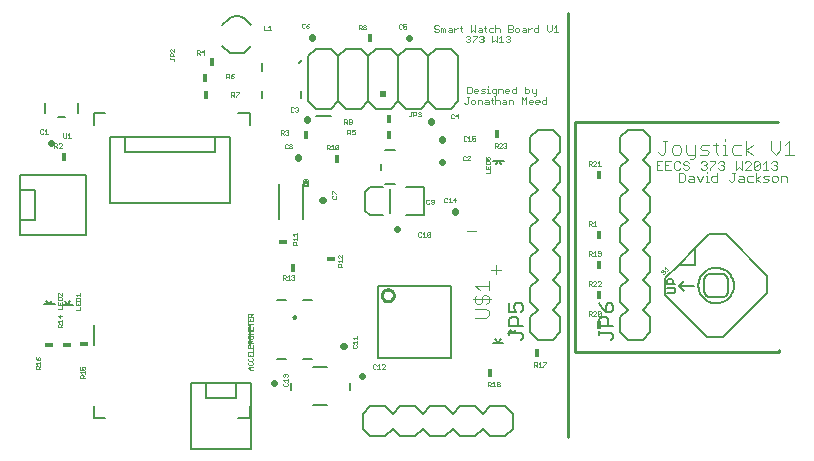
<source format=gto>
G75*
G70*
%OFA0B0*%
%FSLAX24Y24*%
%IPPOS*%
%LPD*%
%AMOC8*
5,1,8,0,0,1.08239X$1,22.5*
%
%ADD10C,0.0020*%
%ADD11C,0.0040*%
%ADD12C,0.0030*%
%ADD13C,0.0100*%
%ADD14C,0.0080*%
%ADD15C,0.0010*%
%ADD16C,0.0220*%
%ADD17R,0.0180X0.0300*%
%ADD18C,0.0050*%
%ADD19R,0.0300X0.0180*%
%ADD20C,0.0060*%
%ADD21R,0.0200X0.0200*%
D10*
X014935Y011672D02*
X014972Y011635D01*
X015008Y011635D01*
X015045Y011672D01*
X015045Y011855D01*
X015008Y011855D02*
X015082Y011855D01*
X015156Y011745D02*
X015156Y011672D01*
X015193Y011635D01*
X015266Y011635D01*
X015303Y011672D01*
X015303Y011745D01*
X015266Y011782D01*
X015193Y011782D01*
X015156Y011745D01*
X015377Y011782D02*
X015487Y011782D01*
X015524Y011745D01*
X015524Y011635D01*
X015598Y011672D02*
X015635Y011708D01*
X015745Y011708D01*
X015745Y011745D02*
X015745Y011635D01*
X015635Y011635D01*
X015598Y011672D01*
X015635Y011782D02*
X015708Y011782D01*
X015745Y011745D01*
X015819Y011782D02*
X015892Y011782D01*
X015856Y011818D02*
X015856Y011672D01*
X015892Y011635D01*
X015966Y011635D02*
X015966Y011855D01*
X015955Y011912D02*
X015919Y011912D01*
X015955Y011912D02*
X015992Y011948D01*
X015992Y012132D01*
X015882Y012132D01*
X015845Y012095D01*
X015845Y012022D01*
X015882Y011985D01*
X015992Y011985D01*
X016066Y011985D02*
X016066Y012132D01*
X016176Y012132D01*
X016213Y012095D01*
X016213Y011985D01*
X016287Y012022D02*
X016287Y012095D01*
X016324Y012132D01*
X016397Y012132D01*
X016434Y012095D01*
X016434Y012058D01*
X016287Y012058D01*
X016287Y012022D02*
X016324Y011985D01*
X016397Y011985D01*
X016508Y012022D02*
X016508Y012095D01*
X016545Y012132D01*
X016655Y012132D01*
X016655Y012205D02*
X016655Y011985D01*
X016545Y011985D01*
X016508Y012022D01*
X016518Y011782D02*
X016555Y011745D01*
X016555Y011635D01*
X016408Y011635D02*
X016408Y011782D01*
X016518Y011782D01*
X016334Y011745D02*
X016334Y011635D01*
X016224Y011635D01*
X016187Y011672D01*
X016224Y011708D01*
X016334Y011708D01*
X016334Y011745D02*
X016297Y011782D01*
X016224Y011782D01*
X016113Y011745D02*
X016113Y011635D01*
X016113Y011745D02*
X016076Y011782D01*
X016003Y011782D01*
X015966Y011745D01*
X015771Y011985D02*
X015698Y011985D01*
X015735Y011985D02*
X015735Y012132D01*
X015698Y012132D01*
X015624Y012132D02*
X015514Y012132D01*
X015477Y012095D01*
X015514Y012058D01*
X015587Y012058D01*
X015624Y012022D01*
X015587Y011985D01*
X015477Y011985D01*
X015403Y012058D02*
X015256Y012058D01*
X015256Y012022D02*
X015256Y012095D01*
X015293Y012132D01*
X015366Y012132D01*
X015403Y012095D01*
X015403Y012058D01*
X015366Y011985D02*
X015293Y011985D01*
X015256Y012022D01*
X015182Y012022D02*
X015182Y012168D01*
X015145Y012205D01*
X015035Y012205D01*
X015035Y011985D01*
X015145Y011985D01*
X015182Y012022D01*
X015377Y011782D02*
X015377Y011635D01*
X015735Y012205D02*
X015735Y012242D01*
X016850Y011855D02*
X016924Y011782D01*
X016997Y011855D01*
X016997Y011635D01*
X017071Y011672D02*
X017071Y011745D01*
X017108Y011782D01*
X017181Y011782D01*
X017218Y011745D01*
X017218Y011708D01*
X017071Y011708D01*
X017071Y011672D02*
X017108Y011635D01*
X017181Y011635D01*
X017292Y011672D02*
X017292Y011745D01*
X017329Y011782D01*
X017402Y011782D01*
X017439Y011745D01*
X017439Y011708D01*
X017292Y011708D01*
X017292Y011672D02*
X017329Y011635D01*
X017402Y011635D01*
X017513Y011672D02*
X017513Y011745D01*
X017550Y011782D01*
X017660Y011782D01*
X017660Y011855D02*
X017660Y011635D01*
X017550Y011635D01*
X017513Y011672D01*
X017281Y011912D02*
X017245Y011912D01*
X017281Y011912D02*
X017318Y011948D01*
X017318Y012132D01*
X017171Y012132D02*
X017171Y012022D01*
X017208Y011985D01*
X017318Y011985D01*
X017097Y012022D02*
X017097Y012095D01*
X017060Y012132D01*
X016950Y012132D01*
X016950Y012205D02*
X016950Y011985D01*
X017060Y011985D01*
X017097Y012022D01*
X016850Y011855D02*
X016850Y011635D01*
X016421Y013685D02*
X016348Y013685D01*
X016311Y013722D01*
X016237Y013685D02*
X016090Y013685D01*
X016163Y013685D02*
X016163Y013905D01*
X016090Y013832D01*
X016016Y013905D02*
X016016Y013685D01*
X015942Y013758D01*
X015869Y013685D01*
X015869Y013905D01*
X015887Y014035D02*
X015776Y014035D01*
X015740Y014072D01*
X015740Y014145D01*
X015776Y014182D01*
X015887Y014182D01*
X015961Y014145D02*
X015997Y014182D01*
X016071Y014182D01*
X016108Y014145D01*
X016108Y014035D01*
X015961Y014035D02*
X015961Y014255D01*
X015666Y014182D02*
X015592Y014182D01*
X015629Y014218D02*
X015629Y014072D01*
X015666Y014035D01*
X015518Y014035D02*
X015518Y014145D01*
X015482Y014182D01*
X015408Y014182D01*
X015408Y014108D02*
X015518Y014108D01*
X015518Y014035D02*
X015408Y014035D01*
X015371Y014072D01*
X015408Y014108D01*
X015297Y014035D02*
X015297Y014255D01*
X015150Y014255D02*
X015150Y014035D01*
X015224Y014108D01*
X015297Y014035D01*
X015353Y013905D02*
X015353Y013868D01*
X015206Y013722D01*
X015206Y013685D01*
X015132Y013722D02*
X015095Y013685D01*
X015022Y013685D01*
X014985Y013722D01*
X015058Y013795D02*
X015095Y013795D01*
X015132Y013758D01*
X015132Y013722D01*
X015095Y013795D02*
X015132Y013832D01*
X015132Y013868D01*
X015095Y013905D01*
X015022Y013905D01*
X014985Y013868D01*
X014856Y014035D02*
X014819Y014072D01*
X014819Y014218D01*
X014782Y014182D02*
X014856Y014182D01*
X014708Y014182D02*
X014671Y014182D01*
X014598Y014108D01*
X014598Y014035D02*
X014598Y014182D01*
X014524Y014145D02*
X014524Y014035D01*
X014414Y014035D01*
X014377Y014072D01*
X014414Y014108D01*
X014524Y014108D01*
X014524Y014145D02*
X014487Y014182D01*
X014414Y014182D01*
X014303Y014145D02*
X014303Y014035D01*
X014229Y014035D02*
X014229Y014145D01*
X014266Y014182D01*
X014303Y014145D01*
X014229Y014145D02*
X014193Y014182D01*
X014156Y014182D01*
X014156Y014035D01*
X014082Y014072D02*
X014045Y014035D01*
X013972Y014035D01*
X013935Y014072D01*
X013972Y014145D02*
X013935Y014182D01*
X013935Y014218D01*
X013972Y014255D01*
X014045Y014255D01*
X014082Y014218D01*
X014045Y014145D02*
X014082Y014108D01*
X014082Y014072D01*
X014045Y014145D02*
X013972Y014145D01*
X015206Y013905D02*
X015353Y013905D01*
X015427Y013868D02*
X015464Y013905D01*
X015537Y013905D01*
X015574Y013868D01*
X015574Y013832D01*
X015537Y013795D01*
X015574Y013758D01*
X015574Y013722D01*
X015537Y013685D01*
X015464Y013685D01*
X015427Y013722D01*
X015500Y013795D02*
X015537Y013795D01*
X016311Y013868D02*
X016348Y013905D01*
X016421Y013905D01*
X016458Y013868D01*
X016458Y013832D01*
X016421Y013795D01*
X016458Y013758D01*
X016458Y013722D01*
X016421Y013685D01*
X016421Y013795D02*
X016384Y013795D01*
X016403Y014035D02*
X016513Y014035D01*
X016549Y014072D01*
X016549Y014108D01*
X016513Y014145D01*
X016403Y014145D01*
X016513Y014145D02*
X016549Y014182D01*
X016549Y014218D01*
X016513Y014255D01*
X016403Y014255D01*
X016403Y014035D01*
X016624Y014072D02*
X016660Y014035D01*
X016734Y014035D01*
X016770Y014072D01*
X016770Y014145D01*
X016734Y014182D01*
X016660Y014182D01*
X016624Y014145D01*
X016624Y014072D01*
X016845Y014072D02*
X016881Y014108D01*
X016991Y014108D01*
X016991Y014145D02*
X016991Y014035D01*
X016881Y014035D01*
X016845Y014072D01*
X016881Y014182D02*
X016955Y014182D01*
X016991Y014145D01*
X017066Y014108D02*
X017139Y014182D01*
X017176Y014182D01*
X017250Y014145D02*
X017287Y014182D01*
X017397Y014182D01*
X017397Y014255D02*
X017397Y014035D01*
X017287Y014035D01*
X017250Y014072D01*
X017250Y014145D01*
X017066Y014182D02*
X017066Y014035D01*
X017692Y014108D02*
X017765Y014035D01*
X017839Y014108D01*
X017839Y014255D01*
X017913Y014182D02*
X017986Y014255D01*
X017986Y014035D01*
X017913Y014035D02*
X018060Y014035D01*
X017692Y014108D02*
X017692Y014255D01*
D11*
X021548Y010405D02*
X021702Y010405D01*
X021625Y010405D02*
X021625Y010022D01*
X021548Y009945D01*
X021472Y009945D01*
X021395Y010022D01*
X021855Y010022D02*
X021932Y009945D01*
X022086Y009945D01*
X022162Y010022D01*
X022162Y010175D01*
X022086Y010252D01*
X021932Y010252D01*
X021855Y010175D01*
X021855Y010022D01*
X022316Y010022D02*
X022393Y009945D01*
X022623Y009945D01*
X022623Y009868D02*
X022546Y009792D01*
X022469Y009792D01*
X022623Y009868D02*
X022623Y010252D01*
X022776Y010175D02*
X022853Y010252D01*
X023083Y010252D01*
X023237Y010252D02*
X023390Y010252D01*
X023313Y010329D02*
X023313Y010022D01*
X023390Y009945D01*
X023543Y009945D02*
X023697Y009945D01*
X023620Y009945D02*
X023620Y010252D01*
X023543Y010252D01*
X023620Y010405D02*
X023620Y010482D01*
X023850Y010175D02*
X023850Y010022D01*
X023927Y009945D01*
X024157Y009945D01*
X024311Y009945D02*
X024311Y010405D01*
X024157Y010252D02*
X023927Y010252D01*
X023850Y010175D01*
X024311Y010098D02*
X024541Y009945D01*
X024311Y010098D02*
X024541Y010252D01*
X025155Y010405D02*
X025155Y010098D01*
X025308Y009945D01*
X025462Y010098D01*
X025462Y010405D01*
X025615Y010252D02*
X025769Y010405D01*
X025769Y009945D01*
X025922Y009945D02*
X025615Y009945D01*
X023083Y010022D02*
X023006Y009945D01*
X022776Y009945D01*
X022853Y010098D02*
X022776Y010175D01*
X022853Y010098D02*
X023006Y010098D01*
X023083Y010022D01*
X022316Y010022D02*
X022316Y010252D01*
X016141Y006113D02*
X015834Y006113D01*
X015988Y006267D02*
X015988Y005960D01*
X015745Y005736D02*
X015745Y005429D01*
X015745Y005582D02*
X015284Y005582D01*
X015438Y005429D01*
X015361Y005275D02*
X015284Y005198D01*
X015284Y005045D01*
X015361Y004968D01*
X015438Y004968D01*
X015515Y005045D01*
X015515Y005198D01*
X015591Y005275D01*
X015668Y005275D01*
X015745Y005198D01*
X015745Y005045D01*
X015668Y004968D01*
X015668Y004815D02*
X015284Y004815D01*
X015284Y004508D02*
X015668Y004508D01*
X015745Y004585D01*
X015745Y004738D01*
X015668Y004815D01*
X015822Y005122D02*
X015208Y005122D01*
X015314Y007413D02*
X015008Y007413D01*
D12*
X021340Y009440D02*
X021533Y009440D01*
X021635Y009440D02*
X021828Y009440D01*
X021929Y009488D02*
X021929Y009682D01*
X021978Y009730D01*
X022074Y009730D01*
X022123Y009682D01*
X022224Y009682D02*
X022224Y009633D01*
X022272Y009585D01*
X022369Y009585D01*
X022417Y009537D01*
X022417Y009488D01*
X022369Y009440D01*
X022272Y009440D01*
X022224Y009488D01*
X022123Y009488D02*
X022074Y009440D01*
X021978Y009440D01*
X021929Y009488D01*
X021731Y009585D02*
X021635Y009585D01*
X021635Y009730D02*
X021635Y009440D01*
X021437Y009585D02*
X021340Y009585D01*
X021340Y009730D02*
X021340Y009440D01*
X021340Y009730D02*
X021533Y009730D01*
X021635Y009730D02*
X021828Y009730D01*
X022224Y009682D02*
X022272Y009730D01*
X022369Y009730D01*
X022417Y009682D01*
X022235Y009330D02*
X022090Y009330D01*
X022090Y009040D01*
X022235Y009040D01*
X022283Y009088D01*
X022283Y009282D01*
X022235Y009330D01*
X022433Y009233D02*
X022530Y009233D01*
X022578Y009185D01*
X022578Y009040D01*
X022433Y009040D01*
X022385Y009088D01*
X022433Y009137D01*
X022578Y009137D01*
X022679Y009233D02*
X022776Y009040D01*
X022873Y009233D01*
X022974Y009233D02*
X023022Y009233D01*
X023022Y009040D01*
X022974Y009040D02*
X023071Y009040D01*
X023170Y009088D02*
X023170Y009185D01*
X023219Y009233D01*
X023364Y009233D01*
X023364Y009330D02*
X023364Y009040D01*
X023219Y009040D01*
X023170Y009088D01*
X023022Y009330D02*
X023022Y009379D01*
X022958Y009440D02*
X022862Y009440D01*
X022813Y009488D01*
X022910Y009585D02*
X022958Y009585D01*
X023007Y009537D01*
X023007Y009488D01*
X022958Y009440D01*
X022958Y009585D02*
X023007Y009633D01*
X023007Y009682D01*
X022958Y009730D01*
X022862Y009730D01*
X022813Y009682D01*
X023108Y009730D02*
X023301Y009730D01*
X023301Y009682D01*
X023108Y009488D01*
X023108Y009440D01*
X023403Y009488D02*
X023451Y009440D01*
X023548Y009440D01*
X023596Y009488D01*
X023596Y009537D01*
X023548Y009585D01*
X023499Y009585D01*
X023548Y009585D02*
X023596Y009633D01*
X023596Y009682D01*
X023548Y009730D01*
X023451Y009730D01*
X023403Y009682D01*
X023856Y009330D02*
X023953Y009330D01*
X023905Y009330D02*
X023905Y009088D01*
X023856Y009040D01*
X023808Y009040D01*
X023760Y009088D01*
X024054Y009088D02*
X024103Y009137D01*
X024248Y009137D01*
X024248Y009185D02*
X024248Y009040D01*
X024103Y009040D01*
X024054Y009088D01*
X024103Y009233D02*
X024199Y009233D01*
X024248Y009185D01*
X024349Y009185D02*
X024349Y009088D01*
X024397Y009040D01*
X024542Y009040D01*
X024644Y009040D02*
X024644Y009330D01*
X024630Y009440D02*
X024581Y009488D01*
X024775Y009682D01*
X024775Y009488D01*
X024726Y009440D01*
X024630Y009440D01*
X024581Y009488D02*
X024581Y009682D01*
X024630Y009730D01*
X024726Y009730D01*
X024775Y009682D01*
X024876Y009633D02*
X024973Y009730D01*
X024973Y009440D01*
X025069Y009440D02*
X024876Y009440D01*
X024938Y009233D02*
X025083Y009233D01*
X025034Y009137D02*
X024938Y009137D01*
X024889Y009185D01*
X024938Y009233D01*
X025034Y009137D02*
X025083Y009088D01*
X025034Y009040D01*
X024889Y009040D01*
X024789Y009040D02*
X024644Y009137D01*
X024789Y009233D01*
X024542Y009233D02*
X024397Y009233D01*
X024349Y009185D01*
X024287Y009440D02*
X024480Y009633D01*
X024480Y009682D01*
X024432Y009730D01*
X024335Y009730D01*
X024287Y009682D01*
X024185Y009730D02*
X024185Y009440D01*
X024089Y009537D01*
X023992Y009440D01*
X023992Y009730D01*
X024287Y009440D02*
X024480Y009440D01*
X025170Y009488D02*
X025219Y009440D01*
X025316Y009440D01*
X025364Y009488D01*
X025364Y009537D01*
X025316Y009585D01*
X025267Y009585D01*
X025316Y009585D02*
X025364Y009633D01*
X025364Y009682D01*
X025316Y009730D01*
X025219Y009730D01*
X025170Y009682D01*
X025232Y009233D02*
X025184Y009185D01*
X025184Y009088D01*
X025232Y009040D01*
X025329Y009040D01*
X025377Y009088D01*
X025377Y009185D01*
X025329Y009233D01*
X025232Y009233D01*
X025478Y009233D02*
X025624Y009233D01*
X025672Y009185D01*
X025672Y009040D01*
X025478Y009040D02*
X025478Y009233D01*
D13*
X025375Y011025D02*
X018625Y011025D01*
X018625Y003375D01*
X025425Y003375D01*
X025425Y003425D01*
X018375Y000525D02*
X018375Y014675D01*
X012182Y005255D02*
X012184Y005282D01*
X012190Y005309D01*
X012199Y005335D01*
X012212Y005359D01*
X012228Y005382D01*
X012247Y005401D01*
X012269Y005418D01*
X012293Y005432D01*
X012318Y005442D01*
X012345Y005449D01*
X012372Y005452D01*
X012400Y005451D01*
X012427Y005446D01*
X012453Y005438D01*
X012477Y005426D01*
X012500Y005410D01*
X012521Y005392D01*
X012538Y005371D01*
X012553Y005347D01*
X012564Y005322D01*
X012572Y005296D01*
X012576Y005269D01*
X012576Y005241D01*
X012572Y005214D01*
X012564Y005188D01*
X012553Y005163D01*
X012538Y005139D01*
X012521Y005118D01*
X012500Y005100D01*
X012478Y005084D01*
X012453Y005072D01*
X012427Y005064D01*
X012400Y005059D01*
X012372Y005058D01*
X012345Y005061D01*
X012318Y005068D01*
X012293Y005078D01*
X012269Y005092D01*
X012247Y005109D01*
X012228Y005128D01*
X012212Y005151D01*
X012199Y005175D01*
X012190Y005201D01*
X012184Y005228D01*
X012182Y005255D01*
D14*
X002577Y001562D02*
X002577Y001168D01*
X002970Y001168D01*
X002577Y003609D02*
X002577Y004279D01*
X001880Y004950D02*
X001699Y004950D01*
X001607Y005072D01*
X001518Y004950D02*
X001699Y004950D01*
X001709Y004956D02*
X001785Y005072D01*
X001274Y004962D02*
X001092Y004962D01*
X001000Y005084D01*
X000911Y004962D02*
X001092Y004962D01*
X001102Y004968D02*
X001178Y005084D01*
X007380Y001168D02*
X007773Y001168D01*
X007773Y001562D01*
X009148Y002103D02*
X009148Y002339D01*
X009000Y003141D02*
X008685Y003141D01*
X009552Y003141D02*
X009866Y003141D01*
X009896Y002851D02*
X010368Y002851D01*
X011116Y002339D02*
X011116Y002103D01*
X011801Y001556D02*
X011551Y001306D01*
X011551Y000806D01*
X011801Y000556D01*
X012301Y000556D01*
X012551Y000806D01*
X012801Y000556D01*
X013301Y000556D01*
X013551Y000806D01*
X013801Y000556D01*
X014301Y000556D01*
X014551Y000806D01*
X014801Y000556D01*
X015301Y000556D01*
X015551Y000806D01*
X015801Y000556D01*
X016301Y000556D01*
X016551Y000806D01*
X016551Y001306D01*
X016301Y001556D01*
X015801Y001556D01*
X015551Y001306D01*
X015301Y001556D01*
X014801Y001556D01*
X014551Y001306D01*
X014301Y001556D01*
X013801Y001556D01*
X013551Y001306D01*
X013301Y001556D01*
X012801Y001556D01*
X012551Y001306D01*
X012301Y001556D01*
X011801Y001556D01*
X010368Y001591D02*
X009896Y001591D01*
X012055Y003159D02*
X012055Y005579D01*
X014475Y005579D01*
X014475Y003159D01*
X012055Y003159D01*
X009866Y005110D02*
X009552Y005110D01*
X009000Y005110D02*
X008685Y005110D01*
X009237Y004519D02*
X009239Y004531D01*
X009244Y004542D01*
X009253Y004551D01*
X009264Y004556D01*
X009276Y004558D01*
X009288Y004556D01*
X009299Y004551D01*
X009308Y004542D01*
X009313Y004531D01*
X009315Y004519D01*
X009313Y004507D01*
X009308Y004496D01*
X009299Y004487D01*
X009288Y004482D01*
X009276Y004480D01*
X009264Y004482D01*
X009253Y004487D01*
X009244Y004496D01*
X009239Y004507D01*
X009237Y004519D01*
X007773Y004279D02*
X007773Y003609D01*
X008743Y007803D02*
X008743Y008984D01*
X009570Y008964D02*
X009570Y007803D01*
X009571Y008964D02*
X009575Y008947D01*
X009583Y008931D01*
X009594Y008918D01*
X009608Y008907D01*
X009623Y008899D01*
X009641Y008895D01*
X009658Y008896D01*
X009675Y008900D01*
X009691Y008907D01*
X009705Y008918D01*
X009716Y008932D01*
X009724Y008948D01*
X009728Y008965D01*
X009728Y008983D01*
X009724Y009000D01*
X009716Y009016D01*
X009705Y009030D01*
X009691Y009041D01*
X009675Y009048D01*
X009658Y009052D01*
X009641Y009053D01*
X009623Y009049D01*
X009608Y009041D01*
X009594Y009030D01*
X009583Y009017D01*
X009575Y009001D01*
X009571Y008984D01*
X011621Y008707D02*
X011621Y008077D01*
X011779Y007920D01*
X012212Y007920D01*
X012999Y007920D02*
X013590Y007920D01*
X013590Y008865D01*
X012999Y008865D01*
X012634Y008970D02*
X012296Y008970D01*
X012212Y008865D02*
X011779Y008865D01*
X011621Y008707D01*
X012146Y009424D02*
X012146Y009636D01*
X012296Y010090D02*
X012634Y010090D01*
X010475Y011228D02*
X009975Y011228D01*
X009487Y011822D02*
X009487Y012082D01*
X009427Y013003D02*
X009525Y013101D01*
X008187Y012992D02*
X008187Y012732D01*
X008187Y012082D02*
X008187Y011822D01*
X007773Y011326D02*
X007773Y010932D01*
X007773Y011326D02*
X007380Y011326D01*
X007576Y013330D02*
X007104Y013330D01*
X006868Y013567D01*
X006868Y014275D02*
X007073Y014462D01*
X007103Y014487D01*
X007135Y014509D01*
X007170Y014527D01*
X007206Y014542D01*
X007243Y014554D01*
X007281Y014562D01*
X007320Y014566D01*
X007360Y014566D01*
X007399Y014562D01*
X007437Y014554D01*
X007474Y014542D01*
X007510Y014527D01*
X007545Y014509D01*
X007577Y014487D01*
X007607Y014462D01*
X007813Y014275D01*
X007813Y013567D02*
X007576Y013330D01*
X002970Y011326D02*
X002577Y011326D01*
X002577Y010932D01*
X002063Y011341D02*
X002063Y011679D01*
X001608Y011191D02*
X001397Y011191D01*
X000943Y011341D02*
X000943Y011679D01*
X015894Y009742D02*
X016075Y009742D01*
X016167Y009620D01*
X016256Y009742D02*
X016075Y009742D01*
X016065Y009736D02*
X015989Y009620D01*
X017125Y009525D02*
X017125Y009025D01*
X017375Y008775D01*
X017125Y008525D01*
X017125Y008025D01*
X017375Y007775D01*
X017125Y007525D01*
X017125Y007025D01*
X017375Y006775D01*
X017125Y006525D01*
X017125Y006025D01*
X017375Y005775D01*
X017125Y005525D01*
X017125Y005025D01*
X017375Y004775D01*
X017125Y004525D01*
X017125Y004025D01*
X017375Y003775D01*
X017875Y003775D01*
X018125Y004025D01*
X018125Y004525D01*
X017875Y004775D01*
X018125Y005025D01*
X018125Y005525D01*
X017875Y005775D01*
X018125Y006025D01*
X018125Y006525D01*
X017875Y006775D01*
X018125Y007025D01*
X018125Y007525D01*
X017875Y007775D01*
X018125Y008025D01*
X018125Y008525D01*
X017875Y008775D01*
X018125Y009025D01*
X018125Y009525D01*
X017875Y009775D01*
X018125Y010025D01*
X018125Y010525D01*
X017875Y010775D01*
X017375Y010775D01*
X017125Y010525D01*
X017125Y010025D01*
X017375Y009775D01*
X017125Y009525D01*
X020125Y009525D02*
X020125Y009025D01*
X020375Y008775D01*
X020125Y008525D01*
X020125Y008025D01*
X020375Y007775D01*
X020125Y007525D01*
X020125Y007025D01*
X020375Y006775D01*
X020125Y006525D01*
X020125Y006025D01*
X020375Y005775D01*
X020125Y005525D01*
X020125Y005025D01*
X020375Y004775D01*
X020125Y004525D01*
X020125Y004025D01*
X020375Y003775D01*
X020875Y003775D01*
X021125Y004025D01*
X021125Y004525D01*
X020875Y004775D01*
X021125Y005025D01*
X021125Y005525D01*
X020875Y005775D01*
X021125Y006025D01*
X021125Y006525D01*
X020875Y006775D01*
X021125Y007025D01*
X021125Y007525D01*
X020875Y007775D01*
X021125Y008025D01*
X021125Y008525D01*
X020875Y008775D01*
X021125Y009025D01*
X021125Y009525D01*
X020875Y009775D01*
X021125Y010025D01*
X021125Y010525D01*
X020875Y010775D01*
X020375Y010775D01*
X020125Y010525D01*
X020125Y010025D01*
X020375Y009775D01*
X020125Y009525D01*
X022629Y006835D02*
X023088Y007294D01*
X023645Y007294D01*
X025037Y005902D01*
X025037Y005345D01*
X023562Y003870D01*
X023005Y003870D01*
X021613Y005262D01*
X021613Y005819D01*
X022072Y006278D01*
X022629Y006835D01*
X022629Y006278D01*
X022072Y006278D01*
X022267Y005749D02*
X022100Y005582D01*
X022267Y005415D01*
X022100Y005582D02*
X022601Y005582D01*
X022935Y005775D02*
X022935Y005389D01*
X022937Y005363D01*
X022942Y005338D01*
X022950Y005314D01*
X022961Y005291D01*
X022976Y005269D01*
X022993Y005250D01*
X023012Y005233D01*
X023034Y005218D01*
X023057Y005207D01*
X023081Y005199D01*
X023106Y005194D01*
X023132Y005192D01*
X023518Y005192D01*
X023544Y005194D01*
X023569Y005199D01*
X023593Y005207D01*
X023617Y005218D01*
X023638Y005233D01*
X023657Y005250D01*
X023674Y005269D01*
X023689Y005291D01*
X023700Y005314D01*
X023708Y005338D01*
X023713Y005363D01*
X023715Y005389D01*
X023715Y005775D01*
X023713Y005801D01*
X023708Y005826D01*
X023700Y005850D01*
X023689Y005874D01*
X023674Y005895D01*
X023657Y005914D01*
X023638Y005931D01*
X023617Y005946D01*
X023593Y005957D01*
X023569Y005965D01*
X023544Y005970D01*
X023518Y005972D01*
X023132Y005972D01*
X023106Y005970D01*
X023081Y005965D01*
X023057Y005957D01*
X023034Y005946D01*
X023012Y005931D01*
X022993Y005914D01*
X022976Y005895D01*
X022961Y005874D01*
X022950Y005850D01*
X022942Y005826D01*
X022937Y005801D01*
X022935Y005775D01*
X022734Y005582D02*
X022736Y005630D01*
X022742Y005678D01*
X022752Y005725D01*
X022765Y005771D01*
X022783Y005816D01*
X022803Y005860D01*
X022828Y005902D01*
X022856Y005941D01*
X022886Y005978D01*
X022920Y006012D01*
X022957Y006044D01*
X022995Y006073D01*
X023036Y006098D01*
X023079Y006120D01*
X023124Y006138D01*
X023170Y006152D01*
X023217Y006163D01*
X023265Y006170D01*
X023313Y006173D01*
X023361Y006172D01*
X023409Y006167D01*
X023457Y006158D01*
X023503Y006146D01*
X023548Y006129D01*
X023592Y006109D01*
X023634Y006086D01*
X023674Y006059D01*
X023712Y006029D01*
X023747Y005996D01*
X023779Y005960D01*
X023809Y005922D01*
X023835Y005881D01*
X023857Y005838D01*
X023877Y005794D01*
X023892Y005749D01*
X023904Y005702D01*
X023912Y005654D01*
X023916Y005606D01*
X023916Y005558D01*
X023912Y005510D01*
X023904Y005462D01*
X023892Y005415D01*
X023877Y005370D01*
X023857Y005326D01*
X023835Y005283D01*
X023809Y005242D01*
X023779Y005204D01*
X023747Y005168D01*
X023712Y005135D01*
X023674Y005105D01*
X023634Y005078D01*
X023592Y005055D01*
X023548Y005035D01*
X023503Y005018D01*
X023457Y005006D01*
X023409Y004997D01*
X023361Y004992D01*
X023313Y004991D01*
X023265Y004994D01*
X023217Y005001D01*
X023170Y005012D01*
X023124Y005026D01*
X023079Y005044D01*
X023036Y005066D01*
X022995Y005091D01*
X022957Y005120D01*
X022920Y005152D01*
X022886Y005186D01*
X022856Y005223D01*
X022828Y005262D01*
X022803Y005304D01*
X022783Y005348D01*
X022765Y005393D01*
X022752Y005439D01*
X022742Y005486D01*
X022736Y005534D01*
X022734Y005582D01*
X016739Y003990D02*
X016557Y003990D01*
X016465Y004112D01*
X016376Y003990D02*
X016557Y003990D01*
X016567Y003996D02*
X016643Y004112D01*
X016139Y003785D02*
X016063Y003669D01*
X016053Y003663D02*
X015961Y003785D01*
X015871Y003663D02*
X016053Y003663D01*
X016234Y003663D01*
D15*
X017269Y003028D02*
X017269Y002878D01*
X017269Y002928D02*
X017344Y002928D01*
X017369Y002953D01*
X017369Y003003D01*
X017344Y003028D01*
X017269Y003028D01*
X017319Y002928D02*
X017369Y002878D01*
X017416Y002878D02*
X017516Y002878D01*
X017564Y002878D02*
X017564Y002903D01*
X017664Y003003D01*
X017664Y003028D01*
X017564Y003028D01*
X017466Y003028D02*
X017466Y002878D01*
X017416Y002978D02*
X017466Y003028D01*
X016104Y002344D02*
X016104Y002319D01*
X016079Y002294D01*
X016029Y002294D01*
X016004Y002319D01*
X016004Y002344D01*
X016029Y002369D01*
X016079Y002369D01*
X016104Y002344D01*
X016079Y002294D02*
X016104Y002269D01*
X016104Y002244D01*
X016079Y002219D01*
X016029Y002219D01*
X016004Y002244D01*
X016004Y002269D01*
X016029Y002294D01*
X015957Y002219D02*
X015857Y002219D01*
X015809Y002219D02*
X015759Y002269D01*
X015784Y002269D02*
X015709Y002269D01*
X015709Y002219D02*
X015709Y002369D01*
X015784Y002369D01*
X015809Y002344D01*
X015809Y002294D01*
X015784Y002269D01*
X015857Y002319D02*
X015907Y002369D01*
X015907Y002219D01*
X019080Y004580D02*
X019080Y004730D01*
X019155Y004730D01*
X019180Y004705D01*
X019180Y004655D01*
X019155Y004630D01*
X019080Y004630D01*
X019130Y004630D02*
X019180Y004580D01*
X019227Y004580D02*
X019327Y004680D01*
X019327Y004705D01*
X019302Y004730D01*
X019252Y004730D01*
X019227Y004705D01*
X019227Y004580D02*
X019327Y004580D01*
X019375Y004605D02*
X019475Y004705D01*
X019475Y004605D01*
X019450Y004580D01*
X019400Y004580D01*
X019375Y004605D01*
X019375Y004705D01*
X019400Y004730D01*
X019450Y004730D01*
X019475Y004705D01*
X019475Y005580D02*
X019375Y005580D01*
X019475Y005680D01*
X019475Y005705D01*
X019450Y005730D01*
X019400Y005730D01*
X019375Y005705D01*
X019327Y005705D02*
X019302Y005730D01*
X019252Y005730D01*
X019227Y005705D01*
X019180Y005705D02*
X019180Y005655D01*
X019155Y005630D01*
X019080Y005630D01*
X019080Y005580D02*
X019080Y005730D01*
X019155Y005730D01*
X019180Y005705D01*
X019130Y005630D02*
X019180Y005580D01*
X019227Y005580D02*
X019327Y005680D01*
X019327Y005705D01*
X019327Y005580D02*
X019227Y005580D01*
X019227Y006580D02*
X019327Y006580D01*
X019277Y006580D02*
X019277Y006730D01*
X019227Y006680D01*
X019180Y006655D02*
X019155Y006630D01*
X019080Y006630D01*
X019080Y006580D02*
X019080Y006730D01*
X019155Y006730D01*
X019180Y006705D01*
X019180Y006655D01*
X019130Y006630D02*
X019180Y006580D01*
X019375Y006605D02*
X019400Y006580D01*
X019450Y006580D01*
X019475Y006605D01*
X019475Y006705D01*
X019450Y006730D01*
X019400Y006730D01*
X019375Y006705D01*
X019375Y006680D01*
X019400Y006655D01*
X019475Y006655D01*
X019327Y007580D02*
X019227Y007580D01*
X019180Y007580D02*
X019130Y007630D01*
X019155Y007630D02*
X019080Y007630D01*
X019080Y007580D02*
X019080Y007730D01*
X019155Y007730D01*
X019180Y007705D01*
X019180Y007655D01*
X019155Y007630D01*
X019227Y007680D02*
X019277Y007730D01*
X019277Y007580D01*
X021483Y006075D02*
X021483Y006040D01*
X021500Y006022D01*
X021536Y006022D01*
X021571Y006057D01*
X021607Y006057D01*
X021624Y006040D01*
X021624Y006004D01*
X021589Y005969D01*
X021553Y005969D01*
X021483Y006075D02*
X021518Y006110D01*
X021553Y006110D01*
X021605Y006126D02*
X021605Y006197D01*
X021711Y006091D01*
X021746Y006126D02*
X021675Y006055D01*
X019475Y009580D02*
X019375Y009580D01*
X019327Y009580D02*
X019227Y009580D01*
X019327Y009680D01*
X019327Y009705D01*
X019302Y009730D01*
X019252Y009730D01*
X019227Y009705D01*
X019180Y009705D02*
X019180Y009655D01*
X019155Y009630D01*
X019080Y009630D01*
X019080Y009580D02*
X019080Y009730D01*
X019155Y009730D01*
X019180Y009705D01*
X019130Y009630D02*
X019180Y009580D01*
X019375Y009680D02*
X019425Y009730D01*
X019425Y009580D01*
X016333Y010195D02*
X016308Y010170D01*
X016258Y010170D01*
X016233Y010195D01*
X016185Y010170D02*
X016085Y010170D01*
X016185Y010270D01*
X016185Y010295D01*
X016160Y010320D01*
X016110Y010320D01*
X016085Y010295D01*
X016038Y010295D02*
X016038Y010245D01*
X016013Y010220D01*
X015938Y010220D01*
X015938Y010170D02*
X015938Y010320D01*
X016013Y010320D01*
X016038Y010295D01*
X015988Y010220D02*
X016038Y010170D01*
X016233Y010295D02*
X016258Y010320D01*
X016308Y010320D01*
X016333Y010295D01*
X016333Y010270D01*
X016308Y010245D01*
X016333Y010220D01*
X016333Y010195D01*
X016308Y010245D02*
X016283Y010245D01*
X015795Y009847D02*
X015795Y009797D01*
X015770Y009772D01*
X015770Y009725D02*
X015670Y009725D01*
X015645Y009700D01*
X015645Y009625D01*
X015795Y009625D01*
X015795Y009700D01*
X015770Y009725D01*
X015720Y009772D02*
X015695Y009822D01*
X015695Y009847D01*
X015720Y009872D01*
X015770Y009872D01*
X015795Y009847D01*
X015720Y009772D02*
X015645Y009772D01*
X015645Y009872D01*
X015645Y009577D02*
X015645Y009477D01*
X015795Y009477D01*
X015795Y009577D01*
X015720Y009527D02*
X015720Y009477D01*
X015795Y009430D02*
X015795Y009330D01*
X015645Y009330D01*
X015136Y009754D02*
X015036Y009754D01*
X015136Y009854D01*
X015136Y009879D01*
X015111Y009904D01*
X015061Y009904D01*
X015036Y009879D01*
X014988Y009879D02*
X014963Y009904D01*
X014913Y009904D01*
X014888Y009879D01*
X014888Y009779D01*
X014913Y009754D01*
X014963Y009754D01*
X014988Y009779D01*
X014981Y010402D02*
X015006Y010427D01*
X014981Y010402D02*
X014931Y010402D01*
X014906Y010427D01*
X014906Y010528D01*
X014931Y010553D01*
X014981Y010553D01*
X015006Y010528D01*
X015053Y010503D02*
X015103Y010553D01*
X015103Y010402D01*
X015053Y010402D02*
X015153Y010402D01*
X015200Y010427D02*
X015225Y010402D01*
X015275Y010402D01*
X015300Y010427D01*
X015300Y010478D01*
X015275Y010503D01*
X015250Y010503D01*
X015200Y010478D01*
X015200Y010553D01*
X015300Y010553D01*
X014710Y011154D02*
X014710Y011305D01*
X014635Y011229D01*
X014735Y011229D01*
X014587Y011179D02*
X014562Y011154D01*
X014512Y011154D01*
X014487Y011179D01*
X014487Y011279D01*
X014512Y011305D01*
X014562Y011305D01*
X014587Y011279D01*
X013483Y011273D02*
X013483Y011248D01*
X013458Y011223D01*
X013408Y011223D01*
X013383Y011248D01*
X013336Y011298D02*
X013311Y011273D01*
X013236Y011273D01*
X013236Y011223D02*
X013236Y011373D01*
X013311Y011373D01*
X013336Y011348D01*
X013336Y011298D01*
X013383Y011348D02*
X013408Y011373D01*
X013458Y011373D01*
X013483Y011348D01*
X013483Y011323D01*
X013458Y011298D01*
X013483Y011273D01*
X013458Y011298D02*
X013433Y011298D01*
X013189Y011373D02*
X013138Y011373D01*
X013163Y011373D02*
X013163Y011248D01*
X013138Y011223D01*
X013113Y011223D01*
X013088Y011248D01*
X011282Y010772D02*
X011182Y010772D01*
X011182Y010697D01*
X011232Y010722D01*
X011257Y010722D01*
X011282Y010697D01*
X011282Y010647D01*
X011257Y010622D01*
X011207Y010622D01*
X011182Y010647D01*
X011135Y010622D02*
X011085Y010672D01*
X011110Y010672D02*
X011035Y010672D01*
X011035Y010622D02*
X011035Y010772D01*
X011110Y010772D01*
X011135Y010747D01*
X011135Y010697D01*
X011110Y010672D01*
X011101Y010970D02*
X011151Y010970D01*
X011176Y010995D01*
X011176Y011095D01*
X011151Y011120D01*
X011101Y011120D01*
X011076Y011095D01*
X011076Y011070D01*
X011101Y011045D01*
X011176Y011045D01*
X011101Y010970D02*
X011076Y010995D01*
X011028Y010970D02*
X010978Y011020D01*
X011003Y011020D02*
X010928Y011020D01*
X010928Y010970D02*
X010928Y011120D01*
X011003Y011120D01*
X011028Y011095D01*
X011028Y011045D01*
X011003Y011020D01*
X010711Y010272D02*
X010736Y010247D01*
X010636Y010147D01*
X010661Y010122D01*
X010711Y010122D01*
X010736Y010147D01*
X010736Y010247D01*
X010711Y010272D02*
X010661Y010272D01*
X010636Y010247D01*
X010636Y010147D01*
X010589Y010122D02*
X010489Y010122D01*
X010442Y010122D02*
X010391Y010172D01*
X010417Y010172D02*
X010341Y010172D01*
X010341Y010122D02*
X010341Y010272D01*
X010417Y010272D01*
X010442Y010247D01*
X010442Y010197D01*
X010417Y010172D01*
X010489Y010222D02*
X010539Y010272D01*
X010539Y010122D01*
X009680Y009138D02*
X009705Y009113D01*
X009705Y009063D01*
X009680Y009038D01*
X009680Y008991D02*
X009555Y008991D01*
X009580Y009038D02*
X009555Y009063D01*
X009555Y009113D01*
X009580Y009138D01*
X009605Y009138D01*
X009630Y009113D01*
X009655Y009138D01*
X009680Y009138D01*
X009630Y009113D02*
X009630Y009088D01*
X009680Y008991D02*
X009705Y008966D01*
X009705Y008916D01*
X009680Y008891D01*
X009555Y008891D01*
X010516Y008731D02*
X010516Y008631D01*
X010541Y008584D02*
X010516Y008559D01*
X010516Y008508D01*
X010541Y008483D01*
X010641Y008483D01*
X010666Y008508D01*
X010666Y008559D01*
X010641Y008584D01*
X010641Y008631D02*
X010666Y008631D01*
X010641Y008631D02*
X010541Y008731D01*
X010516Y008731D01*
X009169Y010153D02*
X009119Y010153D01*
X009094Y010179D01*
X009094Y010204D01*
X009119Y010229D01*
X009169Y010229D01*
X009194Y010204D01*
X009194Y010179D01*
X009169Y010153D01*
X009169Y010229D02*
X009194Y010254D01*
X009194Y010279D01*
X009169Y010304D01*
X009119Y010304D01*
X009094Y010279D01*
X009094Y010254D01*
X009119Y010229D01*
X009047Y010279D02*
X009022Y010304D01*
X008972Y010304D01*
X008946Y010279D01*
X008946Y010179D01*
X008972Y010153D01*
X009022Y010153D01*
X009047Y010179D01*
X009039Y010614D02*
X008989Y010614D01*
X008964Y010639D01*
X008917Y010614D02*
X008867Y010664D01*
X008892Y010664D02*
X008817Y010664D01*
X008817Y010614D02*
X008817Y010764D01*
X008892Y010764D01*
X008917Y010739D01*
X008917Y010689D01*
X008892Y010664D01*
X008964Y010739D02*
X008989Y010764D01*
X009039Y010764D01*
X009064Y010739D01*
X009064Y010714D01*
X009039Y010689D01*
X009064Y010664D01*
X009064Y010639D01*
X009039Y010614D01*
X009039Y010689D02*
X009014Y010689D01*
X009167Y011372D02*
X009142Y011397D01*
X009142Y011497D01*
X009167Y011522D01*
X009217Y011522D01*
X009242Y011497D01*
X009289Y011497D02*
X009314Y011522D01*
X009364Y011522D01*
X009389Y011497D01*
X009389Y011472D01*
X009364Y011447D01*
X009389Y011422D01*
X009389Y011397D01*
X009364Y011372D01*
X009314Y011372D01*
X009289Y011397D01*
X009242Y011397D02*
X009217Y011372D01*
X009167Y011372D01*
X009339Y011447D02*
X009364Y011447D01*
X007417Y012001D02*
X007317Y011901D01*
X007317Y011876D01*
X007270Y011876D02*
X007220Y011926D01*
X007245Y011926D02*
X007170Y011926D01*
X007170Y011876D02*
X007170Y012026D01*
X007245Y012026D01*
X007270Y012001D01*
X007270Y011951D01*
X007245Y011926D01*
X007317Y012026D02*
X007417Y012026D01*
X007417Y012001D01*
X007218Y012494D02*
X007168Y012494D01*
X007143Y012519D01*
X007143Y012569D01*
X007218Y012569D01*
X007243Y012544D01*
X007243Y012519D01*
X007218Y012494D01*
X007143Y012569D02*
X007193Y012619D01*
X007243Y012644D01*
X007096Y012619D02*
X007096Y012569D01*
X007071Y012544D01*
X006995Y012544D01*
X006995Y012494D02*
X006995Y012644D01*
X007071Y012644D01*
X007096Y012619D01*
X007045Y012544D02*
X007096Y012494D01*
X006245Y013282D02*
X006245Y013432D01*
X006170Y013357D01*
X006270Y013357D01*
X006123Y013357D02*
X006098Y013332D01*
X006023Y013332D01*
X006023Y013282D02*
X006023Y013432D01*
X006098Y013432D01*
X006123Y013407D01*
X006123Y013357D01*
X006073Y013332D02*
X006123Y013282D01*
X005263Y013223D02*
X005113Y013223D01*
X005113Y013298D01*
X005138Y013323D01*
X005188Y013323D01*
X005213Y013298D01*
X005213Y013223D01*
X005238Y013150D02*
X005113Y013150D01*
X005113Y013125D02*
X005113Y013175D01*
X005238Y013150D02*
X005263Y013125D01*
X005263Y013100D01*
X005238Y013075D01*
X005263Y013370D02*
X005163Y013470D01*
X005138Y013470D01*
X005113Y013445D01*
X005113Y013395D01*
X005138Y013370D01*
X005263Y013370D02*
X005263Y013470D01*
X008248Y014090D02*
X008348Y014090D01*
X008395Y014090D02*
X008496Y014090D01*
X008445Y014090D02*
X008445Y014240D01*
X008395Y014190D01*
X008248Y014240D02*
X008248Y014090D01*
X009513Y014190D02*
X009538Y014165D01*
X009588Y014165D01*
X009613Y014190D01*
X009660Y014190D02*
X009685Y014165D01*
X009735Y014165D01*
X009760Y014190D01*
X009760Y014215D01*
X009735Y014240D01*
X009660Y014240D01*
X009660Y014190D01*
X009660Y014240D02*
X009710Y014290D01*
X009760Y014315D01*
X009613Y014290D02*
X009588Y014315D01*
X009538Y014315D01*
X009513Y014290D01*
X009513Y014190D01*
X011414Y014168D02*
X011489Y014168D01*
X011514Y014193D01*
X011514Y014243D01*
X011489Y014268D01*
X011414Y014268D01*
X011414Y014118D01*
X011464Y014168D02*
X011514Y014118D01*
X011561Y014143D02*
X011561Y014168D01*
X011586Y014193D01*
X011636Y014193D01*
X011661Y014168D01*
X011661Y014143D01*
X011636Y014118D01*
X011586Y014118D01*
X011561Y014143D01*
X011586Y014193D02*
X011561Y014218D01*
X011561Y014243D01*
X011586Y014268D01*
X011636Y014268D01*
X011661Y014243D01*
X011661Y014218D01*
X011636Y014193D01*
X012749Y014163D02*
X012774Y014138D01*
X012824Y014138D01*
X012849Y014163D01*
X012896Y014163D02*
X012921Y014138D01*
X012971Y014138D01*
X012996Y014163D01*
X012996Y014213D01*
X012971Y014238D01*
X012946Y014238D01*
X012896Y014213D01*
X012896Y014288D01*
X012996Y014288D01*
X012849Y014263D02*
X012824Y014288D01*
X012774Y014288D01*
X012749Y014263D01*
X012749Y014163D01*
X013691Y008444D02*
X013666Y008419D01*
X013666Y008319D01*
X013691Y008294D01*
X013741Y008294D01*
X013766Y008319D01*
X013813Y008319D02*
X013838Y008294D01*
X013888Y008294D01*
X013913Y008319D01*
X013913Y008419D01*
X013888Y008444D01*
X013838Y008444D01*
X013813Y008419D01*
X013813Y008394D01*
X013838Y008369D01*
X013913Y008369D01*
X013766Y008419D02*
X013741Y008444D01*
X013691Y008444D01*
X014265Y008480D02*
X014265Y008380D01*
X014290Y008355D01*
X014340Y008355D01*
X014365Y008380D01*
X014413Y008355D02*
X014513Y008355D01*
X014463Y008355D02*
X014463Y008505D01*
X014413Y008455D01*
X014365Y008480D02*
X014340Y008505D01*
X014290Y008505D01*
X014265Y008480D01*
X014560Y008430D02*
X014660Y008430D01*
X014635Y008355D02*
X014635Y008505D01*
X014560Y008430D01*
X013773Y007359D02*
X013798Y007334D01*
X013698Y007234D01*
X013723Y007209D01*
X013773Y007209D01*
X013798Y007234D01*
X013798Y007334D01*
X013773Y007359D02*
X013723Y007359D01*
X013698Y007334D01*
X013698Y007234D01*
X013651Y007209D02*
X013551Y007209D01*
X013601Y007209D02*
X013601Y007359D01*
X013551Y007309D01*
X013503Y007334D02*
X013478Y007359D01*
X013428Y007359D01*
X013403Y007334D01*
X013403Y007234D01*
X013428Y007209D01*
X013478Y007209D01*
X013503Y007234D01*
X010866Y006606D02*
X010866Y006506D01*
X010766Y006606D01*
X010741Y006606D01*
X010716Y006581D01*
X010716Y006531D01*
X010741Y006506D01*
X010716Y006408D02*
X010866Y006408D01*
X010866Y006358D02*
X010866Y006458D01*
X010766Y006358D02*
X010716Y006408D01*
X010741Y006311D02*
X010791Y006311D01*
X010816Y006286D01*
X010816Y006211D01*
X010866Y006211D02*
X010716Y006211D01*
X010716Y006286D01*
X010741Y006311D01*
X010816Y006261D02*
X010866Y006311D01*
X009358Y006946D02*
X009208Y006946D01*
X009208Y007021D01*
X009233Y007046D01*
X009283Y007046D01*
X009308Y007021D01*
X009308Y006946D01*
X009308Y006996D02*
X009358Y007046D01*
X009358Y007094D02*
X009358Y007194D01*
X009358Y007241D02*
X009358Y007341D01*
X009358Y007291D02*
X009208Y007291D01*
X009258Y007241D01*
X009208Y007144D02*
X009358Y007144D01*
X009258Y007094D02*
X009208Y007144D01*
X009195Y005934D02*
X009245Y005934D01*
X009270Y005909D01*
X009270Y005884D01*
X009245Y005859D01*
X009270Y005834D01*
X009270Y005809D01*
X009245Y005784D01*
X009195Y005784D01*
X009170Y005809D01*
X009123Y005784D02*
X009023Y005784D01*
X008976Y005784D02*
X008926Y005834D01*
X008951Y005834D02*
X008876Y005834D01*
X008876Y005784D02*
X008876Y005934D01*
X008951Y005934D01*
X008976Y005909D01*
X008976Y005859D01*
X008951Y005834D01*
X009023Y005884D02*
X009073Y005934D01*
X009073Y005784D01*
X009170Y005909D02*
X009195Y005934D01*
X009220Y005859D02*
X009245Y005859D01*
X007871Y004649D02*
X007821Y004598D01*
X007821Y004624D02*
X007821Y004548D01*
X007871Y004548D02*
X007721Y004548D01*
X007721Y004624D01*
X007746Y004649D01*
X007796Y004649D01*
X007821Y004624D01*
X007871Y004501D02*
X007871Y004401D01*
X007721Y004401D01*
X007721Y004501D01*
X007796Y004451D02*
X007796Y004401D01*
X007721Y004354D02*
X007721Y004254D01*
X007721Y004207D02*
X007721Y004106D01*
X007871Y004106D01*
X007871Y004207D01*
X007796Y004157D02*
X007796Y004106D01*
X007721Y004059D02*
X007871Y004059D01*
X007871Y003959D02*
X007721Y003959D01*
X007771Y004009D01*
X007721Y004059D01*
X007746Y003912D02*
X007721Y003887D01*
X007721Y003837D01*
X007746Y003812D01*
X007846Y003812D01*
X007871Y003837D01*
X007871Y003887D01*
X007846Y003912D01*
X007746Y003912D01*
X007746Y003765D02*
X007796Y003765D01*
X007821Y003740D01*
X007821Y003664D01*
X007871Y003664D02*
X007721Y003664D01*
X007721Y003740D01*
X007746Y003765D01*
X007821Y003715D02*
X007871Y003765D01*
X007871Y003617D02*
X007871Y003517D01*
X007721Y003517D01*
X007721Y003617D01*
X007796Y003567D02*
X007796Y003517D01*
X007871Y003470D02*
X007871Y003370D01*
X007721Y003370D01*
X007721Y003323D02*
X007721Y003223D01*
X007871Y003223D01*
X007871Y003323D01*
X007796Y003273D02*
X007796Y003223D01*
X007846Y003175D02*
X007871Y003150D01*
X007871Y003100D01*
X007846Y003075D01*
X007746Y003075D01*
X007721Y003100D01*
X007721Y003150D01*
X007746Y003175D01*
X007746Y003028D02*
X007721Y003003D01*
X007721Y002953D01*
X007746Y002928D01*
X007846Y002928D01*
X007871Y002953D01*
X007871Y003003D01*
X007846Y003028D01*
X007871Y002881D02*
X007771Y002881D01*
X007721Y002831D01*
X007771Y002781D01*
X007871Y002781D01*
X007796Y002781D02*
X007796Y002881D01*
X008895Y002607D02*
X008895Y002557D01*
X008920Y002531D01*
X008970Y002582D02*
X008970Y002607D01*
X008995Y002632D01*
X009020Y002632D01*
X009045Y002607D01*
X009045Y002557D01*
X009020Y002531D01*
X009045Y002484D02*
X009045Y002384D01*
X009045Y002434D02*
X008895Y002434D01*
X008945Y002384D01*
X008920Y002337D02*
X008895Y002312D01*
X008895Y002262D01*
X008920Y002237D01*
X009020Y002237D01*
X009045Y002262D01*
X009045Y002312D01*
X009020Y002337D01*
X008970Y002607D02*
X008945Y002632D01*
X008920Y002632D01*
X008895Y002607D01*
X007871Y004304D02*
X007721Y004304D01*
X011208Y003842D02*
X011358Y003842D01*
X011358Y003792D02*
X011358Y003892D01*
X011258Y003792D02*
X011208Y003842D01*
X011208Y003695D02*
X011358Y003695D01*
X011358Y003645D02*
X011358Y003745D01*
X011258Y003645D02*
X011208Y003695D01*
X011233Y003597D02*
X011208Y003572D01*
X011208Y003522D01*
X011233Y003497D01*
X011333Y003497D01*
X011358Y003522D01*
X011358Y003572D01*
X011333Y003597D01*
X011908Y002963D02*
X011883Y002938D01*
X011883Y002837D01*
X011908Y002812D01*
X011958Y002812D01*
X011983Y002837D01*
X012030Y002812D02*
X012130Y002812D01*
X012178Y002812D02*
X012278Y002913D01*
X012278Y002938D01*
X012253Y002963D01*
X012203Y002963D01*
X012178Y002938D01*
X012080Y002963D02*
X012080Y002812D01*
X012178Y002812D02*
X012278Y002812D01*
X012080Y002963D02*
X012030Y002913D01*
X011983Y002938D02*
X011958Y002963D01*
X011908Y002963D01*
X002287Y002859D02*
X002287Y002809D01*
X002262Y002784D01*
X002212Y002784D02*
X002187Y002834D01*
X002187Y002859D01*
X002212Y002884D01*
X002262Y002884D01*
X002287Y002859D01*
X002212Y002784D02*
X002137Y002784D01*
X002137Y002884D01*
X002137Y002686D02*
X002287Y002686D01*
X002287Y002636D02*
X002287Y002736D01*
X002187Y002636D02*
X002137Y002686D01*
X002162Y002589D02*
X002212Y002589D01*
X002237Y002564D01*
X002237Y002489D01*
X002237Y002539D02*
X002287Y002589D01*
X002287Y002489D02*
X002137Y002489D01*
X002137Y002564D01*
X002162Y002589D01*
X000791Y002791D02*
X000640Y002791D01*
X000640Y002866D01*
X000665Y002891D01*
X000715Y002891D01*
X000741Y002866D01*
X000741Y002791D01*
X000741Y002841D02*
X000791Y002891D01*
X000791Y002938D02*
X000791Y003038D01*
X000791Y002988D02*
X000640Y002988D01*
X000690Y002938D01*
X000715Y003085D02*
X000715Y003160D01*
X000741Y003185D01*
X000766Y003185D01*
X000791Y003160D01*
X000791Y003110D01*
X000766Y003085D01*
X000715Y003085D01*
X000665Y003135D01*
X000640Y003185D01*
X001379Y004195D02*
X001379Y004270D01*
X001404Y004295D01*
X001454Y004295D01*
X001479Y004270D01*
X001479Y004195D01*
X001479Y004245D02*
X001529Y004295D01*
X001529Y004343D02*
X001529Y004443D01*
X001529Y004393D02*
X001379Y004393D01*
X001429Y004343D01*
X001454Y004490D02*
X001454Y004590D01*
X001379Y004565D02*
X001454Y004490D01*
X001529Y004565D02*
X001379Y004565D01*
X001372Y004794D02*
X001522Y004794D01*
X001522Y004894D01*
X001522Y004942D02*
X001522Y005042D01*
X001522Y005089D02*
X001522Y005164D01*
X001497Y005189D01*
X001397Y005189D01*
X001372Y005164D01*
X001372Y005089D01*
X001522Y005089D01*
X001447Y004992D02*
X001447Y004942D01*
X001372Y004942D02*
X001522Y004942D01*
X001372Y004942D02*
X001372Y005042D01*
X001397Y005236D02*
X001372Y005261D01*
X001372Y005311D01*
X001397Y005336D01*
X001422Y005336D01*
X001522Y005236D01*
X001522Y005336D01*
X001979Y005275D02*
X002129Y005275D01*
X002129Y005225D02*
X002129Y005325D01*
X002029Y005225D02*
X001979Y005275D01*
X002004Y005178D02*
X001979Y005153D01*
X001979Y005078D01*
X002129Y005078D01*
X002129Y005153D01*
X002104Y005178D01*
X002004Y005178D01*
X001979Y005030D02*
X001979Y004930D01*
X002129Y004930D01*
X002129Y005030D01*
X002054Y004980D02*
X002054Y004930D01*
X002129Y004883D02*
X002129Y004783D01*
X001979Y004783D01*
X001529Y004195D02*
X001379Y004195D01*
X001358Y010176D02*
X001308Y010226D01*
X001333Y010226D02*
X001258Y010226D01*
X001258Y010176D02*
X001258Y010326D01*
X001333Y010326D01*
X001358Y010301D01*
X001358Y010251D01*
X001333Y010226D01*
X001405Y010176D02*
X001505Y010276D01*
X001505Y010301D01*
X001480Y010326D01*
X001430Y010326D01*
X001405Y010301D01*
X001405Y010176D02*
X001505Y010176D01*
X001588Y010505D02*
X001638Y010505D01*
X001663Y010530D01*
X001663Y010655D01*
X001710Y010605D02*
X001760Y010655D01*
X001760Y010505D01*
X001710Y010505D02*
X001810Y010505D01*
X001588Y010505D02*
X001563Y010530D01*
X001563Y010655D01*
X001044Y010635D02*
X000944Y010635D01*
X000994Y010635D02*
X000994Y010785D01*
X000944Y010735D01*
X000897Y010760D02*
X000872Y010785D01*
X000822Y010785D01*
X000797Y010760D01*
X000797Y010660D01*
X000822Y010635D01*
X000872Y010635D01*
X000897Y010660D01*
D16*
X001142Y010342D02*
X001142Y010318D01*
X009391Y009860D02*
X009391Y009836D01*
X009682Y011115D02*
X009682Y011139D01*
X010199Y008423D02*
X010223Y008423D01*
X012690Y007476D02*
X012690Y007452D01*
X014610Y008038D02*
X014610Y008062D01*
X014183Y009687D02*
X014183Y009711D01*
X014201Y010435D02*
X014201Y010459D01*
X013832Y011037D02*
X013832Y011061D01*
X013094Y013821D02*
X013094Y013845D01*
X009858Y013872D02*
X009858Y013848D01*
X010891Y003584D02*
X010915Y003584D01*
X011505Y002580D02*
X011529Y002580D01*
X008602Y002324D02*
X008578Y002324D01*
D17*
X009213Y006164D03*
X010686Y009817D03*
X009662Y010609D03*
X012430Y010617D03*
X012418Y011125D03*
X011803Y013823D03*
X016025Y010625D03*
X019425Y009275D03*
X019425Y007275D03*
X019425Y006275D03*
X019425Y005275D03*
X019425Y004275D03*
X017356Y003333D03*
X015796Y002674D03*
X006315Y011921D03*
X006285Y012499D03*
X006512Y013037D03*
X001603Y009871D03*
D18*
X002325Y009275D02*
X002325Y007275D01*
X000125Y007275D01*
X000125Y007775D01*
X000625Y007775D01*
X000625Y008775D01*
X000125Y008775D01*
X000125Y009275D01*
X002325Y009275D01*
X003125Y008325D02*
X007125Y008325D01*
X007125Y010525D01*
X006625Y010525D01*
X006625Y010025D01*
X003625Y010025D01*
X003625Y010525D01*
X006625Y010525D01*
X003625Y010525D02*
X003125Y010525D01*
X003125Y008325D01*
X000125Y008775D02*
X000125Y007775D01*
X005825Y002325D02*
X006325Y002325D01*
X006325Y001825D01*
X007325Y001825D01*
X007325Y002325D01*
X007825Y002325D01*
X007825Y000125D01*
X005825Y000125D01*
X005825Y002325D01*
X006325Y002325D02*
X007325Y002325D01*
X012456Y007992D02*
X012456Y008792D01*
X009570Y008964D02*
X009570Y008984D01*
X016430Y004991D02*
X016430Y004691D01*
X016655Y004691D01*
X016580Y004841D01*
X016580Y004916D01*
X016655Y004991D01*
X016805Y004991D01*
X016880Y004916D01*
X016880Y004766D01*
X016805Y004691D01*
X016655Y004531D02*
X016730Y004456D01*
X016730Y004230D01*
X016880Y004230D02*
X016430Y004230D01*
X016430Y004456D01*
X016505Y004531D01*
X016655Y004531D01*
X016430Y004070D02*
X016430Y003920D01*
X016430Y003995D02*
X016805Y003995D01*
X016880Y003920D01*
X016880Y003845D01*
X016805Y003770D01*
X019430Y003920D02*
X019430Y004070D01*
X019430Y003995D02*
X019805Y003995D01*
X019880Y003920D01*
X019880Y003845D01*
X019805Y003770D01*
X019880Y004230D02*
X019430Y004230D01*
X019430Y004456D01*
X019505Y004531D01*
X019655Y004531D01*
X019730Y004456D01*
X019730Y004230D01*
X019805Y004691D02*
X019880Y004766D01*
X019880Y004916D01*
X019805Y004991D01*
X019730Y004991D01*
X019655Y004916D01*
X019655Y004691D01*
X019805Y004691D01*
X019655Y004691D02*
X019505Y004841D01*
X019430Y004991D01*
D19*
X010496Y006456D03*
X008903Y007033D03*
X002242Y003634D03*
X001684Y003590D03*
X001096Y003586D03*
D20*
X009725Y011728D02*
X009975Y011478D01*
X010475Y011478D01*
X010725Y011728D01*
X010725Y013228D01*
X010975Y013478D01*
X011475Y013478D01*
X011725Y013228D01*
X011725Y011728D01*
X011975Y011478D01*
X012475Y011478D01*
X012725Y011728D01*
X012725Y013228D01*
X012975Y013478D01*
X013475Y013478D01*
X013725Y013228D01*
X013975Y013478D01*
X014475Y013478D01*
X014725Y013228D01*
X014725Y011728D01*
X014475Y011478D01*
X013975Y011478D01*
X013725Y011728D01*
X013725Y013228D01*
X012725Y013228D02*
X012475Y013478D01*
X011975Y013478D01*
X011725Y013228D01*
X010725Y013228D02*
X010475Y013478D01*
X009975Y013478D01*
X009725Y013228D01*
X009725Y011728D01*
X010725Y011728D02*
X010975Y011478D01*
X011475Y011478D01*
X011725Y011728D01*
X012725Y011728D02*
X012975Y011478D01*
X013475Y011478D01*
X013725Y011728D01*
X021699Y005758D02*
X021742Y005802D01*
X021829Y005802D01*
X021872Y005758D01*
X021872Y005628D01*
X021959Y005628D02*
X021699Y005628D01*
X021699Y005758D01*
X021699Y005507D02*
X021915Y005507D01*
X021959Y005464D01*
X021959Y005377D01*
X021915Y005334D01*
X021699Y005334D01*
D21*
X012225Y011978D03*
M02*

</source>
